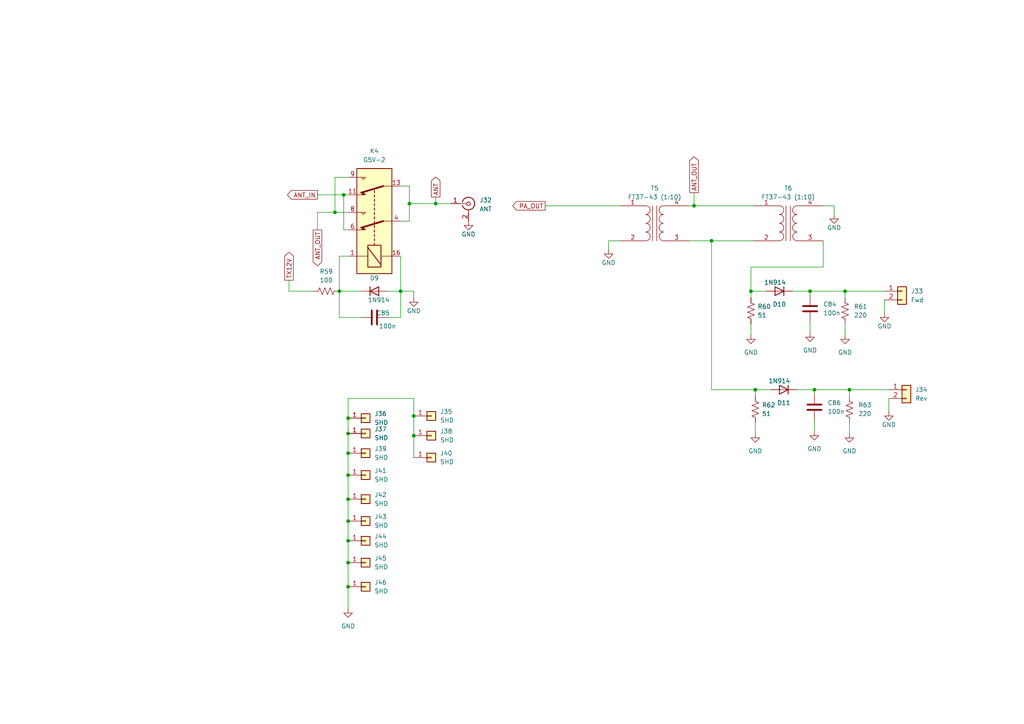
<source format=kicad_sch>
(kicad_sch (version 20211123) (generator eeschema)
  (paper "A4")
  (lib_symbols
    (symbol "Connector:Conn_Coaxial" (pin_names (offset 1.016) hide)
      (property "Reference" "J" (at 0.254 3.048 0))
      (property "Value" "Conn_Coaxial" (at 2.921 0 90))
      (symbol "Conn_Coaxial_0_1"
        (arc (start -1.778 -0.508) (mid 0.2311 -1.8066) (end 1.778 0) (stroke (width 0.254)))
        (polyline (pts (xy -2.54 0) (xy -0.508 0)))
        (polyline (pts (xy 0 -2.54) (xy 0 -1.778)))
        (circle (center 0 0) (radius 0.508) (stroke (width 0.2032)))
        (arc (start 1.778 0) (mid 0.2099 1.8101) (end -1.778 0.508) (stroke (width 0.254)))
      )
      (symbol "Conn_Coaxial_1_1"
        (pin passive line (at -5.08 0 0) (length 2.54) (name "In") (number "1"))
        (pin passive line (at 0 -5.08 90) (length 2.54) (name "Ext") (number "2"))
      )
    )
    (symbol "Connector_Generic:Conn_01x01" (pin_names (offset 1.016) hide)
      (property "Reference" "J" (at 0 2.54 0))
      (property "Value" "Conn_01x01" (at 0 -2.54 0))
      (symbol "Conn_01x01_1_1"
        (rectangle (start -1.27 0.127) (end 0 -0.127) (stroke (width 0.1524)))
        (rectangle (start -1.27 1.27) (end 1.27 -1.27) (stroke (width 0.254)) (fill (type background)))
        (pin passive line (at -5.08 0 0) (length 3.81) (name "Pin_1") (number "1"))
      )
    )
    (symbol "Connector_Generic:Conn_01x02" (pin_names (offset 1.016) hide)
      (property "Reference" "J" (at 0 2.54 0))
      (property "Value" "Conn_01x02" (at 0 -5.08 0))
      (symbol "Conn_01x02_1_1"
        (rectangle (start -1.27 -2.413) (end 0 -2.667) (stroke (width 0.1524)))
        (rectangle (start -1.27 0.127) (end 0 -0.127) (stroke (width 0.1524)))
        (rectangle (start -1.27 1.27) (end 1.27 -3.81) (stroke (width 0.254)) (fill (type background)))
        (pin passive line (at -5.08 0 0) (length 3.81) (name "Pin_1") (number "1"))
        (pin passive line (at -5.08 -2.54 0) (length 3.81) (name "Pin_2") (number "2"))
      )
    )
    (symbol "Device:C" (pin_numbers hide) (pin_names (offset 0.254))
      (property "Reference" "C" (at 0.635 2.54 0))
      (property "Value" "C" (at 0.635 -2.54 0))
      (symbol "C_0_1"
        (polyline (pts (xy -2.032 -0.762) (xy 2.032 -0.762)) (stroke (width 0.508)))
        (polyline (pts (xy -2.032 0.762) (xy 2.032 0.762)) (stroke (width 0.508)))
      )
      (symbol "C_1_1"
        (pin passive line (at 0 3.81 270) (length 2.794) (name "~") (number "1"))
        (pin passive line (at 0 -3.81 90) (length 2.794) (name "~") (number "2"))
      )
    )
    (symbol "Device:R_US" (pin_numbers hide) (pin_names (offset 0))
      (property "Reference" "R" (at 2.54 0 90))
      (property "Value" "R_US" (at -2.54 0 90))
      (symbol "R_US_0_1"
        (polyline (pts (xy 0 -2.286) (xy 0 -2.54)))
        (polyline (pts (xy 0 2.286) (xy 0 2.54)))
        (polyline (pts (xy 0 -0.762) (xy 1.016 -1.143) (xy 0 -1.524) (xy -1.016 -1.905) (xy 0 -2.286)))
        (polyline (pts (xy 0 0.762) (xy 1.016 0.381) (xy 0 0) (xy -1.016 -0.381) (xy 0 -0.762)))
        (polyline (pts (xy 0 2.286) (xy 1.016 1.905) (xy 0 1.524) (xy -1.016 1.143) (xy 0 0.762)))
      )
      (symbol "R_US_1_1"
        (pin passive line (at 0 3.81 270) (length 1.27) (name "~") (number "1"))
        (pin passive line (at 0 -3.81 90) (length 1.27) (name "~") (number "2"))
      )
    )
    (symbol "Device:Transformer_1P_1S" (pin_names (offset 1.016) hide)
      (property "Reference" "T" (at 0 6.35 0))
      (property "Value" "Transformer_1P_1S" (at 0 -7.62 0))
      (symbol "Transformer_1P_1S_0_1"
        (arc (start -2.54 -5.0546) (mid -1.6599 -4.6901) (end -1.27 -3.81))
        (arc (start -2.54 -2.5146) (mid -1.6599 -2.1501) (end -1.27 -1.27))
        (arc (start -2.54 0.0254) (mid -1.6599 0.3899) (end -1.27 1.27))
        (arc (start -2.54 2.5654) (mid -1.6599 2.9299) (end -1.27 3.81))
        (arc (start -1.27 -3.81) (mid -1.642 -2.912) (end -2.54 -2.54))
        (arc (start -1.27 -1.27) (mid -1.642 -0.372) (end -2.54 0))
        (arc (start -1.27 1.27) (mid -1.642 2.168) (end -2.54 2.54))
        (arc (start -1.27 3.81) (mid -1.642 4.708) (end -2.54 5.08))
        (polyline (pts (xy -0.635 5.08) (xy -0.635 -5.08)))
        (polyline (pts (xy 0.635 -5.08) (xy 0.635 5.08)))
        (arc (start 1.2954 -1.27) (mid 1.6599 -2.1501) (end 2.54 -2.5146))
        (arc (start 1.2954 1.27) (mid 1.6599 0.3899) (end 2.54 0.0254))
        (arc (start 1.2954 3.81) (mid 1.6599 2.9299) (end 2.54 2.5654))
        (arc (start 1.3208 -3.81) (mid 1.6853 -4.6901) (end 2.5654 -5.0546))
        (arc (start 2.54 0) (mid 1.642 -0.372) (end 1.2954 -1.27))
        (arc (start 2.54 2.54) (mid 1.642 2.168) (end 1.2954 1.27))
        (arc (start 2.54 5.08) (mid 1.642 4.708) (end 1.2954 3.81))
        (arc (start 2.5654 -2.54) (mid 1.6674 -2.912) (end 1.3208 -3.81))
      )
      (symbol "Transformer_1P_1S_1_1"
        (pin passive line (at -10.16 5.08 0) (length 7.62) (name "AA") (number "1"))
        (pin passive line (at -10.16 -5.08 0) (length 7.62) (name "AB") (number "2"))
        (pin passive line (at 10.16 -5.08 180) (length 7.62) (name "SA") (number "3"))
        (pin passive line (at 10.16 5.08 180) (length 7.62) (name "SB") (number "4"))
      )
    )
    (symbol "Diode:1N914" (pin_numbers hide) (pin_names (offset 1.016) hide)
      (property "Reference" "D" (at 0 2.54 0))
      (property "Value" "1N914" (at 0 -2.54 0))
      (symbol "1N914_0_1"
        (polyline (pts (xy -1.27 1.27) (xy -1.27 -1.27)) (stroke (width 0.254)))
        (polyline (pts (xy 1.27 0) (xy -1.27 0)))
        (polyline (pts (xy 1.27 1.27) (xy 1.27 -1.27) (xy -1.27 0) (xy 1.27 1.27)) (stroke (width 0.254)))
      )
      (symbol "1N914_1_1"
        (pin passive line (at -3.81 0 0) (length 2.54) (name "K") (number "1"))
        (pin passive line (at 3.81 0 180) (length 2.54) (name "A") (number "2"))
      )
    )
    (symbol "Relay:G5V-2"
      (property "Reference" "K" (at 16.51 3.81 0))
      (property "Value" "G5V-2" (at 16.51 1.27 0))
      (symbol "G5V-2_0_1"
        (rectangle (start -15.24 5.08) (end 15.24 -5.08) (stroke (width 0.254)) (fill (type background)))
        (rectangle (start -13.335 1.905) (end -6.985 -1.905) (stroke (width 0.254)))
        (polyline (pts (xy -12.7 -1.905) (xy -7.62 1.905)) (stroke (width 0.254)))
        (polyline (pts (xy -10.16 -5.08) (xy -10.16 -1.905)))
        (polyline (pts (xy -10.16 5.08) (xy -10.16 1.905)))
        (polyline (pts (xy -6.985 0) (xy -6.35 0)) (stroke (width 0.254)))
        (polyline (pts (xy -5.715 0) (xy -5.08 0)) (stroke (width 0.254)))
        (polyline (pts (xy -4.445 0) (xy -3.81 0)) (stroke (width 0.254)))
        (polyline (pts (xy -3.175 0) (xy -2.54 0)) (stroke (width 0.254)))
        (polyline (pts (xy -1.905 0) (xy -1.27 0)) (stroke (width 0.254)))
        (polyline (pts (xy -0.635 0) (xy 0 0)) (stroke (width 0.254)))
        (polyline (pts (xy 0 -2.54) (xy -1.905 3.81)) (stroke (width 0.508)))
        (polyline (pts (xy 0 -2.54) (xy 0 -5.08)))
        (polyline (pts (xy 0.635 0) (xy 1.27 0)) (stroke (width 0.254)))
        (polyline (pts (xy 1.905 0) (xy 2.54 0)) (stroke (width 0.254)))
        (polyline (pts (xy 3.175 0) (xy 3.81 0)) (stroke (width 0.254)))
        (polyline (pts (xy 4.445 0) (xy 5.08 0)) (stroke (width 0.254)))
        (polyline (pts (xy 5.715 0) (xy 6.35 0)) (stroke (width 0.254)))
        (polyline (pts (xy 6.985 0) (xy 7.62 0)) (stroke (width 0.254)))
        (polyline (pts (xy 8.255 0) (xy 8.89 0)) (stroke (width 0.254)))
        (polyline (pts (xy 10.16 -2.54) (xy 8.255 3.81)) (stroke (width 0.508)))
        (polyline (pts (xy 10.16 -2.54) (xy 10.16 -5.08)))
        (polyline (pts (xy -2.54 5.08) (xy -2.54 2.54) (xy -1.905 3.175) (xy -2.54 3.81)) (fill (type outline)))
        (polyline (pts (xy 2.54 5.08) (xy 2.54 2.54) (xy 1.905 3.175) (xy 2.54 3.81)))
        (polyline (pts (xy 7.62 5.08) (xy 7.62 2.54) (xy 8.255 3.175) (xy 7.62 3.81)) (fill (type outline)))
        (polyline (pts (xy 12.7 5.08) (xy 12.7 2.54) (xy 12.065 3.175) (xy 12.7 3.81)))
      )
      (symbol "G5V-2_1_1"
        (pin passive line (at -10.16 7.62 270) (length 2.54) (name "~") (number "1"))
        (pin passive line (at 7.62 7.62 270) (length 2.54) (name "~") (number "11"))
        (pin passive line (at 10.16 -7.62 90) (length 2.54) (name "~") (number "13"))
        (pin passive line (at -10.16 -7.62 90) (length 2.54) (name "~") (number "16"))
        (pin passive line (at 0 -7.62 90) (length 2.54) (name "~") (number "4"))
        (pin passive line (at -2.54 7.62 270) (length 2.54) (name "~") (number "6"))
        (pin passive line (at 2.54 7.62 270) (length 2.54) (name "~") (number "8"))
        (pin passive line (at 12.7 7.62 270) (length 2.54) (name "~") (number "9"))
      )
    )
    (symbol "power:GND" (power) (pin_names (offset 0))
      (property "Value" "GND" (at 0 -3.81 0))
      (symbol "GND_0_1"
        (polyline (pts (xy 0 0) (xy 0 -1.27) (xy 1.27 -1.27) (xy 0 -2.54) (xy -1.27 -1.27) (xy 0 -1.27)))
      )
      (symbol "GND_1_1"
        (pin power_in line (at 0 0 270) (length 0) hide (name "GND") (number "1"))
      )
    )
  )
  (junction (at 120.015 120.65))
  (junction (at 120.015 126.365))
  (junction (at 116.205 84.455))
  (junction (at 126.365 59.055))
  (junction (at 99.695 56.515))
  (junction (at 98.425 84.455))
  (junction (at 206.375 69.85))
  (junction (at 100.965 131.445))
  (junction (at 100.965 156.845))
  (junction (at 100.965 170.18))
  (junction (at 118.745 59.055))
  (junction (at 234.95 84.455))
  (junction (at 100.965 137.795))
  (junction (at 100.965 121.285))
  (junction (at 236.22 113.03))
  (junction (at 100.965 144.78))
  (junction (at 100.965 125.73))
  (junction (at 245.11 84.455))
  (junction (at 219.075 113.03))
  (junction (at 97.155 61.595))
  (junction (at 100.965 163.195))
  (junction (at 217.805 84.455))
  (junction (at 201.295 59.69))
  (junction (at 100.965 151.13))
  (junction (at 246.38 113.03))
  (wire (pts (xy 120.015 120.65) (xy 120.015 126.365)))
  (wire (pts (xy 100.965 156.845) (xy 100.965 163.195)))
  (wire (pts (xy 206.375 113.03) (xy 219.075 113.03)))
  (wire (pts (xy 92.075 56.515) (xy 99.695 56.515)))
  (wire (pts (xy 99.695 56.515) (xy 100.965 56.515)))
  (wire (pts (xy 100.965 51.435) (xy 97.155 51.435)))
  (wire (pts (xy 100.965 163.195) (xy 100.965 170.18)))
  (wire (pts (xy 229.87 84.455) (xy 234.95 84.455)))
  (wire (pts (xy 245.11 97.155) (xy 245.11 93.98)))
  (wire (pts (xy 176.53 69.85) (xy 176.53 72.39)))
  (wire (pts (xy 234.95 84.455) (xy 234.95 85.725)))
  (wire (pts (xy 116.205 84.455) (xy 116.205 92.075)))
  (wire (pts (xy 126.365 59.055) (xy 118.745 59.055)))
  (wire (pts (xy 92.075 61.595) (xy 92.075 66.675)))
  (wire (pts (xy 246.38 125.73) (xy 246.38 122.555)))
  (wire (pts (xy 120.015 115.57) (xy 120.015 120.65)))
  (wire (pts (xy 179.705 69.85) (xy 176.53 69.85)))
  (wire (pts (xy 238.76 77.47) (xy 217.805 77.47)))
  (wire (pts (xy 100.965 121.285) (xy 100.965 125.73)))
  (wire (pts (xy 97.155 61.595) (xy 92.075 61.595)))
  (wire (pts (xy 257.81 115.57) (xy 257.81 119.38)))
  (wire (pts (xy 126.365 57.15) (xy 126.365 59.055)))
  (wire (pts (xy 100.965 144.78) (xy 100.965 151.13)))
  (wire (pts (xy 201.295 55.88) (xy 201.295 59.69)))
  (wire (pts (xy 219.075 113.03) (xy 223.52 113.03)))
  (wire (pts (xy 99.695 56.515) (xy 99.695 66.675)))
  (wire (pts (xy 100.965 125.73) (xy 100.965 131.445)))
  (wire (pts (xy 99.695 66.675) (xy 100.965 66.675)))
  (wire (pts (xy 112.395 84.455) (xy 116.205 84.455)))
  (wire (pts (xy 217.805 84.455) (xy 222.25 84.455)))
  (wire (pts (xy 100.965 137.795) (xy 100.965 144.78)))
  (wire (pts (xy 116.205 84.455) (xy 120.015 84.455)))
  (wire (pts (xy 236.22 113.03) (xy 246.38 113.03)))
  (wire (pts (xy 100.965 176.53) (xy 100.965 170.18)))
  (wire (pts (xy 100.965 61.595) (xy 97.155 61.595)))
  (wire (pts (xy 238.76 69.85) (xy 238.76 77.47)))
  (wire (pts (xy 83.82 84.455) (xy 90.805 84.455)))
  (wire (pts (xy 246.38 113.03) (xy 246.38 114.935)))
  (wire (pts (xy 100.965 131.445) (xy 100.965 137.795)))
  (wire (pts (xy 201.295 59.69) (xy 218.44 59.69)))
  (wire (pts (xy 97.155 51.435) (xy 97.155 61.595)))
  (wire (pts (xy 206.375 113.03) (xy 206.375 69.85)))
  (wire (pts (xy 98.425 84.455) (xy 104.775 84.455)))
  (wire (pts (xy 245.11 84.455) (xy 256.54 84.455)))
  (wire (pts (xy 217.805 97.155) (xy 217.805 93.98)))
  (wire (pts (xy 98.425 92.075) (xy 104.775 92.075)))
  (wire (pts (xy 234.95 84.455) (xy 245.11 84.455)))
  (wire (pts (xy 116.205 53.975) (xy 118.745 53.975)))
  (wire (pts (xy 231.14 113.03) (xy 236.22 113.03)))
  (wire (pts (xy 120.015 115.57) (xy 100.965 115.57)))
  (wire (pts (xy 116.205 74.295) (xy 116.205 84.455)))
  (wire (pts (xy 120.015 84.455) (xy 120.015 86.36)))
  (wire (pts (xy 219.075 113.03) (xy 219.075 114.935)))
  (wire (pts (xy 83.82 81.28) (xy 83.82 84.455)))
  (wire (pts (xy 246.38 113.03) (xy 257.81 113.03)))
  (wire (pts (xy 98.425 84.455) (xy 98.425 92.075)))
  (wire (pts (xy 217.805 84.455) (xy 217.805 86.36)))
  (wire (pts (xy 118.745 53.975) (xy 118.745 59.055)))
  (wire (pts (xy 118.745 59.055) (xy 118.745 64.135)))
  (wire (pts (xy 200.025 59.69) (xy 201.295 59.69)))
  (wire (pts (xy 100.965 74.295) (xy 98.425 74.295)))
  (wire (pts (xy 130.81 59.055) (xy 126.365 59.055)))
  (wire (pts (xy 241.935 59.69) (xy 241.935 62.23)))
  (wire (pts (xy 238.76 59.69) (xy 241.935 59.69)))
  (wire (pts (xy 100.965 151.13) (xy 100.965 156.845)))
  (wire (pts (xy 100.965 115.57) (xy 100.965 121.285)))
  (wire (pts (xy 219.075 125.73) (xy 219.075 122.555)))
  (wire (pts (xy 120.015 126.365) (xy 120.015 132.715)))
  (wire (pts (xy 158.115 59.69) (xy 179.705 59.69)))
  (wire (pts (xy 236.22 113.03) (xy 236.22 114.3)))
  (wire (pts (xy 256.54 86.995) (xy 256.54 90.805)))
  (wire (pts (xy 116.205 64.135) (xy 118.745 64.135)))
  (wire (pts (xy 206.375 69.85) (xy 218.44 69.85)))
  (wire (pts (xy 217.805 77.47) (xy 217.805 84.455)))
  (wire (pts (xy 234.95 93.345) (xy 234.95 96.52)))
  (wire (pts (xy 236.22 121.92) (xy 236.22 125.095)))
  (wire (pts (xy 98.425 74.295) (xy 98.425 84.455)))
  (wire (pts (xy 245.11 84.455) (xy 245.11 86.36)))
  (wire (pts (xy 200.025 69.85) (xy 206.375 69.85)))
  (wire (pts (xy 112.395 92.075) (xy 116.205 92.075)))
  (global_label "PA_OUT" (shape output) (at 158.115 59.69 180) (property "Intersheet References" "${INTERSHEET_REFS}" (effects hide)))
  (global_label "ANT_IN" (shape output) (at 92.075 56.515 180) (property "Intersheet References" "${INTERSHEET_REFS}" (effects hide)))
  (global_label "ANT" (shape output) (at 126.365 57.15 90) (property "Intersheet References" "${INTERSHEET_REFS}" (effects hide)))
  (global_label "ANT_OUT" (shape output) (at 201.295 55.88 90) (property "Intersheet References" "${INTERSHEET_REFS}" (effects hide)))
  (global_label "ANT_OUT" (shape output) (at 92.075 66.675 270) (property "Intersheet References" "${INTERSHEET_REFS}" (effects hide)))
  (global_label "TX12V" (shape output) (at 83.82 81.28 90) (property "Intersheet References" "${INTERSHEET_REFS}" (effects hide)))
  (symbol (lib_id "Connector_Generic:Conn_01x01") (at 106.045 144.78 0) (unit 1)
    (property "Reference" "J42" (at 108.585 143.5099 0) (effects (justify left)))
    (property "Value" "SHD" (at 108.585 146.0499 0) (effects (justify left)))
    (property "Footprint" "TestPoint:TestPoint_Pad_2.0x2.0mm" (effects hide))
  )
  (symbol (lib_id "Connector_Generic:Conn_01x01") (at 106.045 131.445 0) (unit 1)
    (property "Reference" "J39" (at 108.585 130.1749 0) (effects (justify left)))
    (property "Value" "SHD" (at 108.585 132.7149 0) (effects (justify left)))
    (property "Footprint" "TestPoint:TestPoint_Pad_2.0x2.0mm" (effects hide))
  )
  (symbol (lib_id "Device:R_US") (at 246.38 118.745 180) (unit 1)
    (property "Reference" "R63" (at 248.92 117.4749 0) (effects (justify right)))
    (property "Value" "220" (at 248.92 120.0149 0) (effects (justify right)))
    (property "Footprint" "Resistor_SMD:R_1206_3216Metric" (effects hide))
  )
  (symbol (lib_id "Connector_Generic:Conn_01x01") (at 106.045 137.795 0) (unit 1)
    (property "Reference" "J41" (at 108.585 136.5249 0) (effects (justify left)))
    (property "Value" "SHD" (at 108.585 139.0649 0) (effects (justify left)))
    (property "Footprint" "TestPoint:TestPoint_Pad_2.0x2.0mm" (effects hide))
  )
  (symbol (lib_id "Connector_Generic:Conn_01x01") (at 106.045 125.73 0) (unit 1)
    (property "Reference" "J37" (at 108.585 124.4599 0) (effects (justify left)))
    (property "Value" "SHD" (at 108.585 126.9999 0) (effects (justify left)))
    (property "Footprint" "TestPoint:TestPoint_Pad_2.0x2.0mm" (effects hide))
  )
  (symbol (lib_id "Device:Transformer_1P_1S") (at 228.6 64.77 0) (unit 1)
    (property "Reference" "T6" (at 228.6127 54.61 0))
    (property "Value" "FT37-43 (1:10)" (at 228.6127 57.15 0))
    (property "Footprint" "Transformer_THT:Transformer_Toroid_Horizontal_D14.0mm_Amidon-T50" (effects hide))
  )
  (symbol (lib_id "Device:C") (at 236.22 118.11 0) (unit 1)
    (property "Reference" "C86" (at 240.03 116.8399 0) (effects (justify left)))
    (property "Value" "100n" (at 240.03 119.3799 0) (effects (justify left)))
    (property "Footprint" "Capacitor_SMD:C_1206_3216Metric" (effects hide))
  )
  (symbol (lib_id "Diode:1N914") (at 108.585 84.455 0) (unit 1)
    (property "Reference" "D9" (at 108.585 80.645 0))
    (property "Value" "1N914" (at 109.855 86.995 0))
    (property "Footprint" "Diode_THT:D_DO-35_SOD27_P7.62mm_Horizontal" (effects hide))
    (property "Datasheet" "http://www.vishay.com/docs/85622/1n914.pdf" (effects hide))
  )
  (symbol (lib_id "power:GND") (at 135.89 64.135 0) (unit 1)
    (property "Reference" "#PWR072" (effects hide))
    (property "Value" "GND" (at 135.89 67.945 0))
  )
  (symbol (lib_id "Device:R_US") (at 94.615 84.455 270) (unit 1)
    (property "Reference" "R59" (at 94.615 78.74 90))
    (property "Value" "100" (at 94.615 81.28 90))
    (property "Footprint" "Resistor_SMD:R_1206_3216Metric" (effects hide))
  )
  (symbol (lib_id "power:GND") (at 176.53 72.39 0) (unit 1)
    (property "Reference" "#PWR073" (effects hide))
    (property "Value" "GND" (at 176.53 76.2 0))
  )
  (symbol (lib_id "power:GND") (at 217.805 97.155 0) (unit 1)
    (property "Reference" "#PWR077" (effects hide))
    (property "Value" "GND" (at 217.805 102.235 0))
  )
  (symbol (lib_id "power:GND") (at 120.015 86.36 0) (unit 1)
    (property "Reference" "#PWR074" (effects hide))
    (property "Value" "GND" (at 120.015 90.17 0))
  )
  (symbol (lib_id "Connector_Generic:Conn_01x01") (at 106.045 163.195 0) (unit 1)
    (property "Reference" "J45" (at 108.585 161.9249 0) (effects (justify left)))
    (property "Value" "SHD" (at 108.585 164.4649 0) (effects (justify left)))
    (property "Footprint" "TestPoint:TestPoint_Pad_2.0x2.0mm" (effects hide))
  )
  (symbol (lib_id "Device:Transformer_1P_1S") (at 189.865 64.77 0) (unit 1)
    (property "Reference" "T5" (at 189.8777 54.61 0))
    (property "Value" "FT37-43 (1:10)" (at 189.8777 57.15 0))
    (property "Footprint" "Transformer_THT:Transformer_Toroid_Horizontal_D14.0mm_Amidon-T50" (effects hide))
  )
  (symbol (lib_id "Device:R_US") (at 219.075 118.745 180) (unit 1)
    (property "Reference" "R62" (at 220.98 117.4749 0) (effects (justify right)))
    (property "Value" "51" (at 220.98 120.0149 0) (effects (justify right)))
    (property "Footprint" "Resistor_SMD:R_1206_3216Metric" (effects hide))
  )
  (symbol (lib_id "Connector_Generic:Conn_01x01") (at 106.045 151.13 0) (unit 1)
    (property "Reference" "J43" (at 108.585 149.8599 0) (effects (justify left)))
    (property "Value" "SHD" (at 108.585 152.3999 0) (effects (justify left)))
    (property "Footprint" "TestPoint:TestPoint_Pad_2.0x2.0mm" (effects hide))
  )
  (symbol (lib_id "power:GND") (at 236.22 125.095 0) (unit 1)
    (property "Reference" "#PWR080" (effects hide))
    (property "Value" "GND" (at 236.22 130.175 0))
  )
  (symbol (lib_id "power:GND") (at 241.935 62.23 0) (unit 1)
    (property "Reference" "#PWR071" (effects hide))
    (property "Value" "GND" (at 241.935 66.04 0))
  )
  (symbol (lib_id "Diode:1N914") (at 227.33 113.03 180) (unit 1)
    (property "Reference" "D11" (at 227.33 116.84 0))
    (property "Value" "1N914" (at 226.06 110.49 0))
    (property "Footprint" "Diode_THT:D_DO-35_SOD27_P7.62mm_Horizontal" (effects hide))
    (property "Datasheet" "http://www.vishay.com/docs/85622/1n914.pdf" (effects hide))
  )
  (symbol (lib_id "Connector_Generic:Conn_01x01") (at 125.095 120.65 0) (unit 1)
    (property "Reference" "J35" (at 127.635 119.3799 0) (effects (justify left)))
    (property "Value" "SHD" (at 127.635 121.9199 0) (effects (justify left)))
    (property "Footprint" "TestPoint:TestPoint_Pad_2.0x2.0mm" (effects hide))
  )
  (symbol (lib_id "Connector_Generic:Conn_01x01") (at 106.045 170.18 0) (unit 1)
    (property "Reference" "J46" (at 108.585 168.9099 0) (effects (justify left)))
    (property "Value" "SHD" (at 108.585 171.4499 0) (effects (justify left)))
    (property "Footprint" "TestPoint:TestPoint_Pad_2.0x2.0mm" (effects hide))
  )
  (symbol (lib_id "power:GND") (at 234.95 96.52 0) (unit 1)
    (property "Reference" "#PWR076" (effects hide))
    (property "Value" "GND" (at 234.95 101.6 0))
  )
  (symbol (lib_id "power:GND") (at 219.075 125.73 0) (unit 1)
    (property "Reference" "#PWR081" (effects hide))
    (property "Value" "GND" (at 219.075 130.81 0))
  )
  (symbol (lib_id "Device:R_US") (at 245.11 90.17 180) (unit 1)
    (property "Reference" "R61" (at 247.65 88.8999 0) (effects (justify right)))
    (property "Value" "220" (at 247.65 91.4399 0) (effects (justify right)))
    (property "Footprint" "Resistor_SMD:R_1206_3216Metric" (effects hide))
  )
  (symbol (lib_id "power:GND") (at 246.38 125.73 0) (unit 1)
    (property "Reference" "#PWR082" (effects hide))
    (property "Value" "GND" (at 246.38 130.81 0))
  )
  (symbol (lib_id "Connector_Generic:Conn_01x01") (at 106.045 156.845 0) (unit 1)
    (property "Reference" "J44" (at 108.585 155.5749 0) (effects (justify left)))
    (property "Value" "SHD" (at 108.585 158.1149 0) (effects (justify left)))
    (property "Footprint" "TestPoint:TestPoint_Pad_2.0x2.0mm" (effects hide))
  )
  (symbol (lib_id "Connector_Generic:Conn_01x01") (at 125.095 132.715 0) (unit 1)
    (property "Reference" "J40" (at 127.635 131.4449 0) (effects (justify left)))
    (property "Value" "SHD" (at 127.635 133.9849 0) (effects (justify left)))
    (property "Footprint" "TestPoint:TestPoint_Pad_2.0x2.0mm" (effects hide))
  )
  (symbol (lib_id "Connector_Generic:Conn_01x01") (at 106.045 121.285 0) (unit 1)
    (property "Reference" "J36" (at 108.585 120.0149 0) (effects (justify left)))
    (property "Value" "SHD" (at 108.585 122.5549 0) (effects (justify left)))
    (property "Footprint" "TestPoint:TestPoint_Pad_2.0x2.0mm" (effects hide))
  )
  (symbol (lib_id "power:GND") (at 257.81 119.38 0) (unit 1)
    (property "Reference" "#PWR079" (effects hide))
    (property "Value" "GND" (at 257.81 123.19 0))
  )
  (symbol (lib_id "Device:C") (at 234.95 89.535 0) (unit 1)
    (property "Reference" "C84" (at 238.76 88.2649 0) (effects (justify left)))
    (property "Value" "100n" (at 238.76 90.8049 0) (effects (justify left)))
    (property "Footprint" "Capacitor_SMD:C_1206_3216Metric" (effects hide))
  )
  (symbol (lib_id "power:GND") (at 256.54 90.805 0) (unit 1)
    (property "Reference" "#PWR075" (effects hide))
    (property "Value" "GND" (at 256.54 94.615 0))
  )
  (symbol (lib_id "Device:C") (at 108.585 92.075 90) (unit 1)
    (property "Reference" "C85" (at 111.125 90.805 90))
    (property "Value" "100n" (at 112.395 94.615 90))
    (property "Footprint" "Capacitor_SMD:C_1206_3216Metric" (effects hide))
  )
  (symbol (lib_id "Connector_Generic:Conn_01x02") (at 261.62 84.455 0) (unit 1)
    (property "Reference" "J33" (at 264.16 84.4549 0) (effects (justify left)))
    (property "Value" "Fwd" (at 264.16 86.9949 0) (effects (justify left)))
    (property "Footprint" "Connector_PinHeader_2.54mm:PinHeader_1x02_P2.54mm_Vertical" (effects hide))
  )
  (symbol (lib_id "Connector:Conn_Coaxial") (at 135.89 59.055 0) (unit 1)
    (property "Reference" "J32" (at 139.065 58.0781 0) (effects (justify left)))
    (property "Value" "ANT" (at 139.065 60.6181 0) (effects (justify left)))
    (property "Footprint" "Connector_Coaxial:SMA_Amphenol_901-144_Vertical" (effects hide))
    (property "Datasheet" " ~" (effects hide))
  )
  (symbol (lib_id "Connector_Generic:Conn_01x02") (at 262.89 113.03 0) (unit 1)
    (property "Reference" "J34" (at 265.43 113.0299 0) (effects (justify left)))
    (property "Value" "Rev" (at 265.43 115.5699 0) (effects (justify left)))
    (property "Footprint" "Connector_PinHeader_2.54mm:PinHeader_1x02_P2.54mm_Vertical" (effects hide))
  )
  (symbol (lib_id "Device:R_US") (at 217.805 90.17 180) (unit 1)
    (property "Reference" "R60" (at 219.71 88.8999 0) (effects (justify right)))
    (property "Value" "51" (at 219.71 91.4399 0) (effects (justify right)))
    (property "Footprint" "Resistor_SMD:R_1206_3216Metric" (effects hide))
  )
  (symbol (lib_id "power:GND") (at 100.965 176.53 0) (unit 1)
    (property "Reference" "#PWR083" (effects hide))
    (property "Value" "GND" (at 100.965 181.61 0))
  )
  (symbol (lib_id "Diode:1N914") (at 226.06 84.455 180) (unit 1)
    (property "Reference" "D10" (at 226.06 88.265 0))
    (property "Value" "1N914" (at 224.79 81.915 0))
    (property "Footprint" "Diode_THT:D_DO-35_SOD27_P7.62mm_Horizontal" (effects hide))
    (property "Datasheet" "http://www.vishay.com/docs/85622/1n914.pdf" (effects hide))
  )
  (symbol (lib_id "Relay:G5V-2") (at 108.585 64.135 90) (unit 1)
    (property "Reference" "K4" (at 108.585 43.815 90))
    (property "Value" "G5V-2" (at 108.585 46.355 90))
    (property "Footprint" "Relay_THT:Relay_DPDT_Omron_G5V-2" (effects hide))
    (property "Datasheet" "http://omronfs.omron.com/en_US/ecb/products/pdf/en-g5v_2.pdf" (effects hide))
  )
  (symbol (lib_id "Connector_Generic:Conn_01x01") (at 125.095 126.365 0) (unit 1)
    (property "Reference" "J38" (at 127.635 125.0949 0) (effects (justify left)))
    (property "Value" "SHD" (at 127.635 127.6349 0) (effects (justify left)))
    (property "Footprint" "TestPoint:TestPoint_Pad_2.0x2.0mm" (effects hide))
  )
  (symbol (lib_id "power:GND") (at 245.11 97.155 0) (unit 1)
    (property "Reference" "#PWR078" (effects hide))
    (property "Value" "GND" (at 245.11 102.235 0))
  )
)
</source>
